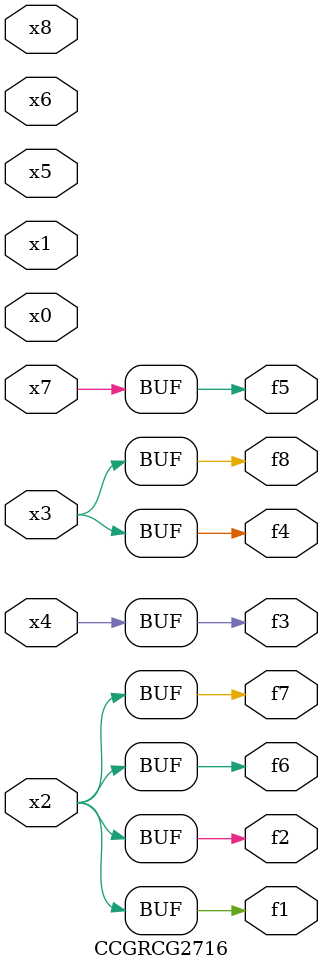
<source format=v>
module CCGRCG2716(
	input x0, x1, x2, x3, x4, x5, x6, x7, x8,
	output f1, f2, f3, f4, f5, f6, f7, f8
);
	assign f1 = x2;
	assign f2 = x2;
	assign f3 = x4;
	assign f4 = x3;
	assign f5 = x7;
	assign f6 = x2;
	assign f7 = x2;
	assign f8 = x3;
endmodule

</source>
